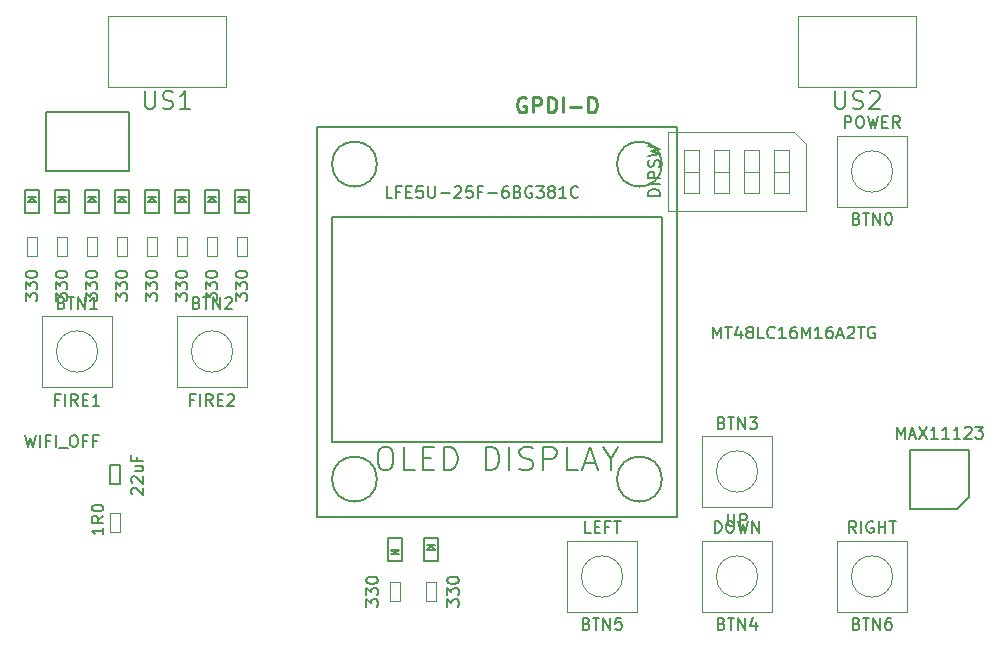
<source format=gbr>
G04 #@! TF.FileFunction,Other,Fab,Top*
%FSLAX46Y46*%
G04 Gerber Fmt 4.6, Leading zero omitted, Abs format (unit mm)*
G04 Created by KiCad (PCBNEW 4.0.7+dfsg1-1) date Tue Oct  3 01:48:17 2017*
%MOMM*%
%LPD*%
G01*
G04 APERTURE LIST*
%ADD10C,0.100000*%
%ADD11C,0.150000*%
%ADD12C,0.254000*%
G04 APERTURE END LIST*
D10*
D11*
X118530000Y-76260000D02*
X117930000Y-76260000D01*
X118230000Y-76360000D02*
X118530000Y-76660000D01*
X117930000Y-76660000D02*
X118230000Y-76360000D01*
X118530000Y-76660000D02*
X117930000Y-76660000D01*
X118830000Y-77660000D02*
X118830000Y-75660000D01*
X117630000Y-77660000D02*
X118830000Y-77660000D01*
X117630000Y-75660000D02*
X117630000Y-77660000D01*
X118830000Y-75660000D02*
X117630000Y-75660000D01*
X115990000Y-76260000D02*
X115390000Y-76260000D01*
X115690000Y-76360000D02*
X115990000Y-76660000D01*
X115390000Y-76660000D02*
X115690000Y-76360000D01*
X115990000Y-76660000D02*
X115390000Y-76660000D01*
X116290000Y-77660000D02*
X116290000Y-75660000D01*
X115090000Y-77660000D02*
X116290000Y-77660000D01*
X115090000Y-75660000D02*
X115090000Y-77660000D01*
X116290000Y-75660000D02*
X115090000Y-75660000D01*
X113450000Y-76260000D02*
X112850000Y-76260000D01*
X113150000Y-76360000D02*
X113450000Y-76660000D01*
X112850000Y-76660000D02*
X113150000Y-76360000D01*
X113450000Y-76660000D02*
X112850000Y-76660000D01*
X113750000Y-77660000D02*
X113750000Y-75660000D01*
X112550000Y-77660000D02*
X113750000Y-77660000D01*
X112550000Y-75660000D02*
X112550000Y-77660000D01*
X113750000Y-75660000D02*
X112550000Y-75660000D01*
X110910000Y-76260000D02*
X110310000Y-76260000D01*
X110610000Y-76360000D02*
X110910000Y-76660000D01*
X110310000Y-76660000D02*
X110610000Y-76360000D01*
X110910000Y-76660000D02*
X110310000Y-76660000D01*
X111210000Y-77660000D02*
X111210000Y-75660000D01*
X110010000Y-77660000D02*
X111210000Y-77660000D01*
X110010000Y-75660000D02*
X110010000Y-77660000D01*
X111210000Y-75660000D02*
X110010000Y-75660000D01*
X108370000Y-76260000D02*
X107770000Y-76260000D01*
X108070000Y-76360000D02*
X108370000Y-76660000D01*
X107770000Y-76660000D02*
X108070000Y-76360000D01*
X108370000Y-76660000D02*
X107770000Y-76660000D01*
X108670000Y-77660000D02*
X108670000Y-75660000D01*
X107470000Y-77660000D02*
X108670000Y-77660000D01*
X107470000Y-75660000D02*
X107470000Y-77660000D01*
X108670000Y-75660000D02*
X107470000Y-75660000D01*
X105830000Y-76260000D02*
X105230000Y-76260000D01*
X105530000Y-76360000D02*
X105830000Y-76660000D01*
X105230000Y-76660000D02*
X105530000Y-76360000D01*
X105830000Y-76660000D02*
X105230000Y-76660000D01*
X106130000Y-77660000D02*
X106130000Y-75660000D01*
X104930000Y-77660000D02*
X106130000Y-77660000D01*
X104930000Y-75660000D02*
X104930000Y-77660000D01*
X106130000Y-75660000D02*
X104930000Y-75660000D01*
X103290000Y-76260000D02*
X102690000Y-76260000D01*
X102990000Y-76360000D02*
X103290000Y-76660000D01*
X102690000Y-76660000D02*
X102990000Y-76360000D01*
X103290000Y-76660000D02*
X102690000Y-76660000D01*
X103590000Y-77660000D02*
X103590000Y-75660000D01*
X102390000Y-77660000D02*
X103590000Y-77660000D01*
X102390000Y-75660000D02*
X102390000Y-77660000D01*
X103590000Y-75660000D02*
X102390000Y-75660000D01*
X100750000Y-76260000D02*
X100150000Y-76260000D01*
X100450000Y-76360000D02*
X100750000Y-76660000D01*
X100150000Y-76660000D02*
X100450000Y-76360000D01*
X100750000Y-76660000D02*
X100150000Y-76660000D01*
X101050000Y-77660000D02*
X101050000Y-75660000D01*
X99850000Y-77660000D02*
X101050000Y-77660000D01*
X99850000Y-75660000D02*
X99850000Y-77660000D01*
X101050000Y-75660000D02*
X99850000Y-75660000D01*
X108624000Y-69080000D02*
X108624000Y-74080000D01*
X101624000Y-69080000D02*
X108624000Y-69080000D01*
X101624000Y-74080000D02*
X101624000Y-69080000D01*
X108624000Y-74080000D02*
X101624000Y-74080000D01*
X130884000Y-106524000D02*
X131484000Y-106524000D01*
X131184000Y-106424000D02*
X130884000Y-106124000D01*
X131484000Y-106124000D02*
X131184000Y-106424000D01*
X130884000Y-106124000D02*
X131484000Y-106124000D01*
X130584000Y-105124000D02*
X130584000Y-107124000D01*
X131784000Y-105124000D02*
X130584000Y-105124000D01*
X131784000Y-107124000D02*
X131784000Y-105124000D01*
X130584000Y-107124000D02*
X131784000Y-107124000D01*
X134532000Y-105724000D02*
X133932000Y-105724000D01*
X134232000Y-105824000D02*
X134532000Y-106124000D01*
X133932000Y-106124000D02*
X134232000Y-105824000D01*
X134532000Y-106124000D02*
X133932000Y-106124000D01*
X134832000Y-107124000D02*
X134832000Y-105124000D01*
X133632000Y-107124000D02*
X134832000Y-107124000D01*
X133632000Y-105124000D02*
X133632000Y-107124000D01*
X134832000Y-105124000D02*
X133632000Y-105124000D01*
D10*
X130784000Y-108880000D02*
X131584000Y-108880000D01*
X130784000Y-110480000D02*
X130784000Y-108880000D01*
X131584000Y-110480000D02*
X130784000Y-110480000D01*
X131584000Y-108880000D02*
X131584000Y-110480000D01*
X134632000Y-110480000D02*
X133832000Y-110480000D01*
X134632000Y-108880000D02*
X134632000Y-110480000D01*
X133832000Y-108880000D02*
X134632000Y-108880000D01*
X133832000Y-110480000D02*
X133832000Y-108880000D01*
D11*
X107880000Y-100600000D02*
X107080000Y-100600000D01*
X107880000Y-99000000D02*
X107880000Y-100600000D01*
X107080000Y-99000000D02*
X107880000Y-99000000D01*
X107080000Y-100600000D02*
X107080000Y-99000000D01*
D10*
X107080000Y-103000000D02*
X107880000Y-103000000D01*
X107080000Y-104600000D02*
X107080000Y-103000000D01*
X107880000Y-104600000D02*
X107080000Y-104600000D01*
X107880000Y-103000000D02*
X107880000Y-104600000D01*
X116880000Y-60925000D02*
X116880000Y-66925000D01*
X106880000Y-60925000D02*
X116880000Y-60925000D01*
X106880000Y-66925000D02*
X106880000Y-60925000D01*
X116880000Y-66925000D02*
X106880000Y-66925000D01*
X175300000Y-60925000D02*
X175300000Y-66925000D01*
X165300000Y-60925000D02*
X175300000Y-60925000D01*
X165300000Y-66925000D02*
X165300000Y-60925000D01*
X175300000Y-66925000D02*
X165300000Y-66925000D01*
X118630000Y-81270000D02*
X117830000Y-81270000D01*
X118630000Y-79670000D02*
X118630000Y-81270000D01*
X117830000Y-79670000D02*
X118630000Y-79670000D01*
X117830000Y-81270000D02*
X117830000Y-79670000D01*
X116090000Y-81270000D02*
X115290000Y-81270000D01*
X116090000Y-79670000D02*
X116090000Y-81270000D01*
X115290000Y-79670000D02*
X116090000Y-79670000D01*
X115290000Y-81270000D02*
X115290000Y-79670000D01*
X113550000Y-81270000D02*
X112750000Y-81270000D01*
X113550000Y-79670000D02*
X113550000Y-81270000D01*
X112750000Y-79670000D02*
X113550000Y-79670000D01*
X112750000Y-81270000D02*
X112750000Y-79670000D01*
X111010000Y-81270000D02*
X110210000Y-81270000D01*
X111010000Y-79670000D02*
X111010000Y-81270000D01*
X110210000Y-79670000D02*
X111010000Y-79670000D01*
X110210000Y-81270000D02*
X110210000Y-79670000D01*
X108470000Y-81270000D02*
X107670000Y-81270000D01*
X108470000Y-79670000D02*
X108470000Y-81270000D01*
X107670000Y-79670000D02*
X108470000Y-79670000D01*
X107670000Y-81270000D02*
X107670000Y-79670000D01*
X105930000Y-81270000D02*
X105130000Y-81270000D01*
X105930000Y-79670000D02*
X105930000Y-81270000D01*
X105130000Y-79670000D02*
X105930000Y-79670000D01*
X105130000Y-81270000D02*
X105130000Y-79670000D01*
X103390000Y-81270000D02*
X102590000Y-81270000D01*
X103390000Y-79670000D02*
X103390000Y-81270000D01*
X102590000Y-79670000D02*
X103390000Y-79670000D01*
X102590000Y-81270000D02*
X102590000Y-79670000D01*
X100850000Y-81270000D02*
X100050000Y-81270000D01*
X100850000Y-79670000D02*
X100850000Y-81270000D01*
X100050000Y-79670000D02*
X100850000Y-79670000D01*
X100050000Y-81270000D02*
X100050000Y-79670000D01*
D11*
X178785000Y-102655000D02*
X174785000Y-102655000D01*
X174785000Y-102655000D02*
X174785000Y-97655000D01*
X174785000Y-97655000D02*
X179785000Y-97655000D01*
X179785000Y-97655000D02*
X179785000Y-101655000D01*
X179785000Y-101655000D02*
X178785000Y-102655000D01*
X153790000Y-73485000D02*
G75*
G03X153790000Y-73485000I-1905000J0D01*
G01*
X129660000Y-73485000D02*
G75*
G03X129660000Y-73485000I-1905000J0D01*
G01*
X129660000Y-100155000D02*
G75*
G03X129660000Y-100155000I-1905000J0D01*
G01*
X153790000Y-100155000D02*
G75*
G03X153790000Y-100155000I-1905000J0D01*
G01*
X153790000Y-77930000D02*
X153790000Y-96980000D01*
X125850000Y-77930000D02*
X153790000Y-77930000D01*
X125850000Y-96980000D02*
X125850000Y-77930000D01*
X153790000Y-96980000D02*
X125850000Y-96980000D01*
X155060000Y-70310000D02*
X155060000Y-103330000D01*
X124580000Y-70310000D02*
X155060000Y-70310000D01*
X124580000Y-103330000D02*
X124580000Y-70310000D01*
X155060000Y-103330000D02*
X124580000Y-103330000D01*
D10*
X174570000Y-77120000D02*
X174570000Y-71120000D01*
X174570000Y-71120000D02*
X168570000Y-71120000D01*
X168570000Y-71120000D02*
X168570000Y-77120000D01*
X168570000Y-77120000D02*
X174570000Y-77120000D01*
X173320714Y-74120000D02*
G75*
G03X173320714Y-74120000I-1750714J0D01*
G01*
X101260000Y-86360000D02*
X101260000Y-92360000D01*
X101260000Y-92360000D02*
X107260000Y-92360000D01*
X107260000Y-92360000D02*
X107260000Y-86360000D01*
X107260000Y-86360000D02*
X101260000Y-86360000D01*
X106010714Y-89360000D02*
G75*
G03X106010714Y-89360000I-1750714J0D01*
G01*
X112690000Y-86360000D02*
X112690000Y-92360000D01*
X112690000Y-92360000D02*
X118690000Y-92360000D01*
X118690000Y-92360000D02*
X118690000Y-86360000D01*
X118690000Y-86360000D02*
X112690000Y-86360000D01*
X117440714Y-89360000D02*
G75*
G03X117440714Y-89360000I-1750714J0D01*
G01*
X157140000Y-96520000D02*
X157140000Y-102520000D01*
X157140000Y-102520000D02*
X163140000Y-102520000D01*
X163140000Y-102520000D02*
X163140000Y-96520000D01*
X163140000Y-96520000D02*
X157140000Y-96520000D01*
X161890714Y-99520000D02*
G75*
G03X161890714Y-99520000I-1750714J0D01*
G01*
X163140000Y-111410000D02*
X163140000Y-105410000D01*
X163140000Y-105410000D02*
X157140000Y-105410000D01*
X157140000Y-105410000D02*
X157140000Y-111410000D01*
X157140000Y-111410000D02*
X163140000Y-111410000D01*
X161890714Y-108410000D02*
G75*
G03X161890714Y-108410000I-1750714J0D01*
G01*
X151710000Y-111410000D02*
X151710000Y-105410000D01*
X151710000Y-105410000D02*
X145710000Y-105410000D01*
X145710000Y-105410000D02*
X145710000Y-111410000D01*
X145710000Y-111410000D02*
X151710000Y-111410000D01*
X150460714Y-108410000D02*
G75*
G03X150460714Y-108410000I-1750714J0D01*
G01*
X174570000Y-111410000D02*
X174570000Y-105410000D01*
X174570000Y-105410000D02*
X168570000Y-105410000D01*
X168570000Y-105410000D02*
X168570000Y-111410000D01*
X168570000Y-111410000D02*
X174570000Y-111410000D01*
X173320714Y-108410000D02*
G75*
G03X173320714Y-108410000I-1750714J0D01*
G01*
X166000000Y-71780000D02*
X166000000Y-77460000D01*
X166000000Y-77460000D02*
X154280000Y-77460000D01*
X154280000Y-77460000D02*
X154280000Y-70780000D01*
X154280000Y-70780000D02*
X165000000Y-70780000D01*
X165000000Y-70780000D02*
X166000000Y-71780000D01*
X164585000Y-72310000D02*
X163315000Y-72310000D01*
X163315000Y-72310000D02*
X163315000Y-75930000D01*
X163315000Y-75930000D02*
X164585000Y-75930000D01*
X164585000Y-75930000D02*
X164585000Y-72310000D01*
X164585000Y-74120000D02*
X163315000Y-74120000D01*
X162045000Y-72310000D02*
X160775000Y-72310000D01*
X160775000Y-72310000D02*
X160775000Y-75930000D01*
X160775000Y-75930000D02*
X162045000Y-75930000D01*
X162045000Y-75930000D02*
X162045000Y-72310000D01*
X162045000Y-74120000D02*
X160775000Y-74120000D01*
X159505000Y-72310000D02*
X158235000Y-72310000D01*
X158235000Y-72310000D02*
X158235000Y-75930000D01*
X158235000Y-75930000D02*
X159505000Y-75930000D01*
X159505000Y-75930000D02*
X159505000Y-72310000D01*
X159505000Y-74120000D02*
X158235000Y-74120000D01*
X156965000Y-72310000D02*
X155695000Y-72310000D01*
X155695000Y-72310000D02*
X155695000Y-75930000D01*
X155695000Y-75930000D02*
X156965000Y-75930000D01*
X156965000Y-75930000D02*
X156965000Y-72310000D01*
X156965000Y-74120000D02*
X155695000Y-74120000D01*
D11*
X158132666Y-88252381D02*
X158132666Y-87252381D01*
X158466000Y-87966667D01*
X158799333Y-87252381D01*
X158799333Y-88252381D01*
X159132666Y-87252381D02*
X159704095Y-87252381D01*
X159418380Y-88252381D02*
X159418380Y-87252381D01*
X160466000Y-87585714D02*
X160466000Y-88252381D01*
X160227904Y-87204762D02*
X159989809Y-87919048D01*
X160608857Y-87919048D01*
X161132666Y-87680952D02*
X161037428Y-87633333D01*
X160989809Y-87585714D01*
X160942190Y-87490476D01*
X160942190Y-87442857D01*
X160989809Y-87347619D01*
X161037428Y-87300000D01*
X161132666Y-87252381D01*
X161323143Y-87252381D01*
X161418381Y-87300000D01*
X161466000Y-87347619D01*
X161513619Y-87442857D01*
X161513619Y-87490476D01*
X161466000Y-87585714D01*
X161418381Y-87633333D01*
X161323143Y-87680952D01*
X161132666Y-87680952D01*
X161037428Y-87728571D01*
X160989809Y-87776190D01*
X160942190Y-87871429D01*
X160942190Y-88061905D01*
X160989809Y-88157143D01*
X161037428Y-88204762D01*
X161132666Y-88252381D01*
X161323143Y-88252381D01*
X161418381Y-88204762D01*
X161466000Y-88157143D01*
X161513619Y-88061905D01*
X161513619Y-87871429D01*
X161466000Y-87776190D01*
X161418381Y-87728571D01*
X161323143Y-87680952D01*
X162418381Y-88252381D02*
X161942190Y-88252381D01*
X161942190Y-87252381D01*
X163323143Y-88157143D02*
X163275524Y-88204762D01*
X163132667Y-88252381D01*
X163037429Y-88252381D01*
X162894571Y-88204762D01*
X162799333Y-88109524D01*
X162751714Y-88014286D01*
X162704095Y-87823810D01*
X162704095Y-87680952D01*
X162751714Y-87490476D01*
X162799333Y-87395238D01*
X162894571Y-87300000D01*
X163037429Y-87252381D01*
X163132667Y-87252381D01*
X163275524Y-87300000D01*
X163323143Y-87347619D01*
X164275524Y-88252381D02*
X163704095Y-88252381D01*
X163989809Y-88252381D02*
X163989809Y-87252381D01*
X163894571Y-87395238D01*
X163799333Y-87490476D01*
X163704095Y-87538095D01*
X165132667Y-87252381D02*
X164942190Y-87252381D01*
X164846952Y-87300000D01*
X164799333Y-87347619D01*
X164704095Y-87490476D01*
X164656476Y-87680952D01*
X164656476Y-88061905D01*
X164704095Y-88157143D01*
X164751714Y-88204762D01*
X164846952Y-88252381D01*
X165037429Y-88252381D01*
X165132667Y-88204762D01*
X165180286Y-88157143D01*
X165227905Y-88061905D01*
X165227905Y-87823810D01*
X165180286Y-87728571D01*
X165132667Y-87680952D01*
X165037429Y-87633333D01*
X164846952Y-87633333D01*
X164751714Y-87680952D01*
X164704095Y-87728571D01*
X164656476Y-87823810D01*
X165656476Y-88252381D02*
X165656476Y-87252381D01*
X165989810Y-87966667D01*
X166323143Y-87252381D01*
X166323143Y-88252381D01*
X167323143Y-88252381D02*
X166751714Y-88252381D01*
X167037428Y-88252381D02*
X167037428Y-87252381D01*
X166942190Y-87395238D01*
X166846952Y-87490476D01*
X166751714Y-87538095D01*
X168180286Y-87252381D02*
X167989809Y-87252381D01*
X167894571Y-87300000D01*
X167846952Y-87347619D01*
X167751714Y-87490476D01*
X167704095Y-87680952D01*
X167704095Y-88061905D01*
X167751714Y-88157143D01*
X167799333Y-88204762D01*
X167894571Y-88252381D01*
X168085048Y-88252381D01*
X168180286Y-88204762D01*
X168227905Y-88157143D01*
X168275524Y-88061905D01*
X168275524Y-87823810D01*
X168227905Y-87728571D01*
X168180286Y-87680952D01*
X168085048Y-87633333D01*
X167894571Y-87633333D01*
X167799333Y-87680952D01*
X167751714Y-87728571D01*
X167704095Y-87823810D01*
X168656476Y-87966667D02*
X169132667Y-87966667D01*
X168561238Y-88252381D02*
X168894571Y-87252381D01*
X169227905Y-88252381D01*
X169513619Y-87347619D02*
X169561238Y-87300000D01*
X169656476Y-87252381D01*
X169894572Y-87252381D01*
X169989810Y-87300000D01*
X170037429Y-87347619D01*
X170085048Y-87442857D01*
X170085048Y-87538095D01*
X170037429Y-87680952D01*
X169466000Y-88252381D01*
X170085048Y-88252381D01*
X170370762Y-87252381D02*
X170942191Y-87252381D01*
X170656476Y-88252381D02*
X170656476Y-87252381D01*
X171799334Y-87300000D02*
X171704096Y-87252381D01*
X171561239Y-87252381D01*
X171418381Y-87300000D01*
X171323143Y-87395238D01*
X171275524Y-87490476D01*
X171227905Y-87680952D01*
X171227905Y-87823810D01*
X171275524Y-88014286D01*
X171323143Y-88109524D01*
X171418381Y-88204762D01*
X171561239Y-88252381D01*
X171656477Y-88252381D01*
X171799334Y-88204762D01*
X171846953Y-88157143D01*
X171846953Y-87823810D01*
X171656477Y-87823810D01*
X99894762Y-96432381D02*
X100132857Y-97432381D01*
X100323334Y-96718095D01*
X100513810Y-97432381D01*
X100751905Y-96432381D01*
X101132857Y-97432381D02*
X101132857Y-96432381D01*
X101942381Y-96908571D02*
X101609047Y-96908571D01*
X101609047Y-97432381D02*
X101609047Y-96432381D01*
X102085238Y-96432381D01*
X102466190Y-97432381D02*
X102466190Y-96432381D01*
X102704285Y-97527619D02*
X103466190Y-97527619D01*
X103894761Y-96432381D02*
X104085238Y-96432381D01*
X104180476Y-96480000D01*
X104275714Y-96575238D01*
X104323333Y-96765714D01*
X104323333Y-97099048D01*
X104275714Y-97289524D01*
X104180476Y-97384762D01*
X104085238Y-97432381D01*
X103894761Y-97432381D01*
X103799523Y-97384762D01*
X103704285Y-97289524D01*
X103656666Y-97099048D01*
X103656666Y-96765714D01*
X103704285Y-96575238D01*
X103799523Y-96480000D01*
X103894761Y-96432381D01*
X105085238Y-96908571D02*
X104751904Y-96908571D01*
X104751904Y-97432381D02*
X104751904Y-96432381D01*
X105228095Y-96432381D01*
X105942381Y-96908571D02*
X105609047Y-96908571D01*
X105609047Y-97432381D02*
X105609047Y-96432381D01*
X106085238Y-96432381D01*
X128736381Y-110965714D02*
X128736381Y-110346666D01*
X129117333Y-110680000D01*
X129117333Y-110537142D01*
X129164952Y-110441904D01*
X129212571Y-110394285D01*
X129307810Y-110346666D01*
X129545905Y-110346666D01*
X129641143Y-110394285D01*
X129688762Y-110441904D01*
X129736381Y-110537142D01*
X129736381Y-110822857D01*
X129688762Y-110918095D01*
X129641143Y-110965714D01*
X128736381Y-110013333D02*
X128736381Y-109394285D01*
X129117333Y-109727619D01*
X129117333Y-109584761D01*
X129164952Y-109489523D01*
X129212571Y-109441904D01*
X129307810Y-109394285D01*
X129545905Y-109394285D01*
X129641143Y-109441904D01*
X129688762Y-109489523D01*
X129736381Y-109584761D01*
X129736381Y-109870476D01*
X129688762Y-109965714D01*
X129641143Y-110013333D01*
X128736381Y-108775238D02*
X128736381Y-108679999D01*
X128784000Y-108584761D01*
X128831619Y-108537142D01*
X128926857Y-108489523D01*
X129117333Y-108441904D01*
X129355429Y-108441904D01*
X129545905Y-108489523D01*
X129641143Y-108537142D01*
X129688762Y-108584761D01*
X129736381Y-108679999D01*
X129736381Y-108775238D01*
X129688762Y-108870476D01*
X129641143Y-108918095D01*
X129545905Y-108965714D01*
X129355429Y-109013333D01*
X129117333Y-109013333D01*
X128926857Y-108965714D01*
X128831619Y-108918095D01*
X128784000Y-108870476D01*
X128736381Y-108775238D01*
X135584381Y-110965714D02*
X135584381Y-110346666D01*
X135965333Y-110680000D01*
X135965333Y-110537142D01*
X136012952Y-110441904D01*
X136060571Y-110394285D01*
X136155810Y-110346666D01*
X136393905Y-110346666D01*
X136489143Y-110394285D01*
X136536762Y-110441904D01*
X136584381Y-110537142D01*
X136584381Y-110822857D01*
X136536762Y-110918095D01*
X136489143Y-110965714D01*
X135584381Y-110013333D02*
X135584381Y-109394285D01*
X135965333Y-109727619D01*
X135965333Y-109584761D01*
X136012952Y-109489523D01*
X136060571Y-109441904D01*
X136155810Y-109394285D01*
X136393905Y-109394285D01*
X136489143Y-109441904D01*
X136536762Y-109489523D01*
X136584381Y-109584761D01*
X136584381Y-109870476D01*
X136536762Y-109965714D01*
X136489143Y-110013333D01*
X135584381Y-108775238D02*
X135584381Y-108679999D01*
X135632000Y-108584761D01*
X135679619Y-108537142D01*
X135774857Y-108489523D01*
X135965333Y-108441904D01*
X136203429Y-108441904D01*
X136393905Y-108489523D01*
X136489143Y-108537142D01*
X136536762Y-108584761D01*
X136584381Y-108679999D01*
X136584381Y-108775238D01*
X136536762Y-108870476D01*
X136489143Y-108918095D01*
X136393905Y-108965714D01*
X136203429Y-109013333D01*
X135965333Y-109013333D01*
X135774857Y-108965714D01*
X135679619Y-108918095D01*
X135632000Y-108870476D01*
X135584381Y-108775238D01*
X108927619Y-101442857D02*
X108880000Y-101395238D01*
X108832381Y-101300000D01*
X108832381Y-101061904D01*
X108880000Y-100966666D01*
X108927619Y-100919047D01*
X109022857Y-100871428D01*
X109118095Y-100871428D01*
X109260952Y-100919047D01*
X109832381Y-101490476D01*
X109832381Y-100871428D01*
X108927619Y-100490476D02*
X108880000Y-100442857D01*
X108832381Y-100347619D01*
X108832381Y-100109523D01*
X108880000Y-100014285D01*
X108927619Y-99966666D01*
X109022857Y-99919047D01*
X109118095Y-99919047D01*
X109260952Y-99966666D01*
X109832381Y-100538095D01*
X109832381Y-99919047D01*
X109165714Y-99061904D02*
X109832381Y-99061904D01*
X109165714Y-99490476D02*
X109689524Y-99490476D01*
X109784762Y-99442857D01*
X109832381Y-99347619D01*
X109832381Y-99204761D01*
X109784762Y-99109523D01*
X109737143Y-99061904D01*
X109308571Y-98252380D02*
X109308571Y-98585714D01*
X109832381Y-98585714D02*
X108832381Y-98585714D01*
X108832381Y-98109523D01*
X106490381Y-104274476D02*
X106490381Y-104845905D01*
X106490381Y-104560191D02*
X105490381Y-104560191D01*
X105633238Y-104655429D01*
X105728476Y-104750667D01*
X105776095Y-104845905D01*
X106490381Y-103274476D02*
X106014190Y-103607810D01*
X106490381Y-103845905D02*
X105490381Y-103845905D01*
X105490381Y-103464952D01*
X105538000Y-103369714D01*
X105585619Y-103322095D01*
X105680857Y-103274476D01*
X105823714Y-103274476D01*
X105918952Y-103322095D01*
X105966571Y-103369714D01*
X106014190Y-103464952D01*
X106014190Y-103845905D01*
X105490381Y-102655429D02*
X105490381Y-102560190D01*
X105538000Y-102464952D01*
X105585619Y-102417333D01*
X105680857Y-102369714D01*
X105871333Y-102322095D01*
X106109429Y-102322095D01*
X106299905Y-102369714D01*
X106395143Y-102417333D01*
X106442762Y-102464952D01*
X106490381Y-102560190D01*
X106490381Y-102655429D01*
X106442762Y-102750667D01*
X106395143Y-102798286D01*
X106299905Y-102845905D01*
X106109429Y-102893524D01*
X105871333Y-102893524D01*
X105680857Y-102845905D01*
X105585619Y-102798286D01*
X105538000Y-102750667D01*
X105490381Y-102655429D01*
X110022858Y-67329571D02*
X110022858Y-68543857D01*
X110094286Y-68686714D01*
X110165715Y-68758143D01*
X110308572Y-68829571D01*
X110594286Y-68829571D01*
X110737144Y-68758143D01*
X110808572Y-68686714D01*
X110880001Y-68543857D01*
X110880001Y-67329571D01*
X111522858Y-68758143D02*
X111737144Y-68829571D01*
X112094287Y-68829571D01*
X112237144Y-68758143D01*
X112308573Y-68686714D01*
X112380001Y-68543857D01*
X112380001Y-68401000D01*
X112308573Y-68258143D01*
X112237144Y-68186714D01*
X112094287Y-68115286D01*
X111808573Y-68043857D01*
X111665715Y-67972429D01*
X111594287Y-67901000D01*
X111522858Y-67758143D01*
X111522858Y-67615286D01*
X111594287Y-67472429D01*
X111665715Y-67401000D01*
X111808573Y-67329571D01*
X112165715Y-67329571D01*
X112380001Y-67401000D01*
X113808572Y-68829571D02*
X112951429Y-68829571D01*
X113380001Y-68829571D02*
X113380001Y-67329571D01*
X113237144Y-67543857D01*
X113094286Y-67686714D01*
X112951429Y-67758143D01*
X168442858Y-67329571D02*
X168442858Y-68543857D01*
X168514286Y-68686714D01*
X168585715Y-68758143D01*
X168728572Y-68829571D01*
X169014286Y-68829571D01*
X169157144Y-68758143D01*
X169228572Y-68686714D01*
X169300001Y-68543857D01*
X169300001Y-67329571D01*
X169942858Y-68758143D02*
X170157144Y-68829571D01*
X170514287Y-68829571D01*
X170657144Y-68758143D01*
X170728573Y-68686714D01*
X170800001Y-68543857D01*
X170800001Y-68401000D01*
X170728573Y-68258143D01*
X170657144Y-68186714D01*
X170514287Y-68115286D01*
X170228573Y-68043857D01*
X170085715Y-67972429D01*
X170014287Y-67901000D01*
X169942858Y-67758143D01*
X169942858Y-67615286D01*
X170014287Y-67472429D01*
X170085715Y-67401000D01*
X170228573Y-67329571D01*
X170585715Y-67329571D01*
X170800001Y-67401000D01*
X171371429Y-67472429D02*
X171442858Y-67401000D01*
X171585715Y-67329571D01*
X171942858Y-67329571D01*
X172085715Y-67401000D01*
X172157144Y-67472429D01*
X172228572Y-67615286D01*
X172228572Y-67758143D01*
X172157144Y-67972429D01*
X171300001Y-68829571D01*
X172228572Y-68829571D01*
X117682381Y-85057714D02*
X117682381Y-84438666D01*
X118063333Y-84772000D01*
X118063333Y-84629142D01*
X118110952Y-84533904D01*
X118158571Y-84486285D01*
X118253810Y-84438666D01*
X118491905Y-84438666D01*
X118587143Y-84486285D01*
X118634762Y-84533904D01*
X118682381Y-84629142D01*
X118682381Y-84914857D01*
X118634762Y-85010095D01*
X118587143Y-85057714D01*
X117682381Y-84105333D02*
X117682381Y-83486285D01*
X118063333Y-83819619D01*
X118063333Y-83676761D01*
X118110952Y-83581523D01*
X118158571Y-83533904D01*
X118253810Y-83486285D01*
X118491905Y-83486285D01*
X118587143Y-83533904D01*
X118634762Y-83581523D01*
X118682381Y-83676761D01*
X118682381Y-83962476D01*
X118634762Y-84057714D01*
X118587143Y-84105333D01*
X117682381Y-82867238D02*
X117682381Y-82771999D01*
X117730000Y-82676761D01*
X117777619Y-82629142D01*
X117872857Y-82581523D01*
X118063333Y-82533904D01*
X118301429Y-82533904D01*
X118491905Y-82581523D01*
X118587143Y-82629142D01*
X118634762Y-82676761D01*
X118682381Y-82771999D01*
X118682381Y-82867238D01*
X118634762Y-82962476D01*
X118587143Y-83010095D01*
X118491905Y-83057714D01*
X118301429Y-83105333D01*
X118063333Y-83105333D01*
X117872857Y-83057714D01*
X117777619Y-83010095D01*
X117730000Y-82962476D01*
X117682381Y-82867238D01*
X115142381Y-85057714D02*
X115142381Y-84438666D01*
X115523333Y-84772000D01*
X115523333Y-84629142D01*
X115570952Y-84533904D01*
X115618571Y-84486285D01*
X115713810Y-84438666D01*
X115951905Y-84438666D01*
X116047143Y-84486285D01*
X116094762Y-84533904D01*
X116142381Y-84629142D01*
X116142381Y-84914857D01*
X116094762Y-85010095D01*
X116047143Y-85057714D01*
X115142381Y-84105333D02*
X115142381Y-83486285D01*
X115523333Y-83819619D01*
X115523333Y-83676761D01*
X115570952Y-83581523D01*
X115618571Y-83533904D01*
X115713810Y-83486285D01*
X115951905Y-83486285D01*
X116047143Y-83533904D01*
X116094762Y-83581523D01*
X116142381Y-83676761D01*
X116142381Y-83962476D01*
X116094762Y-84057714D01*
X116047143Y-84105333D01*
X115142381Y-82867238D02*
X115142381Y-82771999D01*
X115190000Y-82676761D01*
X115237619Y-82629142D01*
X115332857Y-82581523D01*
X115523333Y-82533904D01*
X115761429Y-82533904D01*
X115951905Y-82581523D01*
X116047143Y-82629142D01*
X116094762Y-82676761D01*
X116142381Y-82771999D01*
X116142381Y-82867238D01*
X116094762Y-82962476D01*
X116047143Y-83010095D01*
X115951905Y-83057714D01*
X115761429Y-83105333D01*
X115523333Y-83105333D01*
X115332857Y-83057714D01*
X115237619Y-83010095D01*
X115190000Y-82962476D01*
X115142381Y-82867238D01*
X112602381Y-85057714D02*
X112602381Y-84438666D01*
X112983333Y-84772000D01*
X112983333Y-84629142D01*
X113030952Y-84533904D01*
X113078571Y-84486285D01*
X113173810Y-84438666D01*
X113411905Y-84438666D01*
X113507143Y-84486285D01*
X113554762Y-84533904D01*
X113602381Y-84629142D01*
X113602381Y-84914857D01*
X113554762Y-85010095D01*
X113507143Y-85057714D01*
X112602381Y-84105333D02*
X112602381Y-83486285D01*
X112983333Y-83819619D01*
X112983333Y-83676761D01*
X113030952Y-83581523D01*
X113078571Y-83533904D01*
X113173810Y-83486285D01*
X113411905Y-83486285D01*
X113507143Y-83533904D01*
X113554762Y-83581523D01*
X113602381Y-83676761D01*
X113602381Y-83962476D01*
X113554762Y-84057714D01*
X113507143Y-84105333D01*
X112602381Y-82867238D02*
X112602381Y-82771999D01*
X112650000Y-82676761D01*
X112697619Y-82629142D01*
X112792857Y-82581523D01*
X112983333Y-82533904D01*
X113221429Y-82533904D01*
X113411905Y-82581523D01*
X113507143Y-82629142D01*
X113554762Y-82676761D01*
X113602381Y-82771999D01*
X113602381Y-82867238D01*
X113554762Y-82962476D01*
X113507143Y-83010095D01*
X113411905Y-83057714D01*
X113221429Y-83105333D01*
X112983333Y-83105333D01*
X112792857Y-83057714D01*
X112697619Y-83010095D01*
X112650000Y-82962476D01*
X112602381Y-82867238D01*
X110062381Y-85057714D02*
X110062381Y-84438666D01*
X110443333Y-84772000D01*
X110443333Y-84629142D01*
X110490952Y-84533904D01*
X110538571Y-84486285D01*
X110633810Y-84438666D01*
X110871905Y-84438666D01*
X110967143Y-84486285D01*
X111014762Y-84533904D01*
X111062381Y-84629142D01*
X111062381Y-84914857D01*
X111014762Y-85010095D01*
X110967143Y-85057714D01*
X110062381Y-84105333D02*
X110062381Y-83486285D01*
X110443333Y-83819619D01*
X110443333Y-83676761D01*
X110490952Y-83581523D01*
X110538571Y-83533904D01*
X110633810Y-83486285D01*
X110871905Y-83486285D01*
X110967143Y-83533904D01*
X111014762Y-83581523D01*
X111062381Y-83676761D01*
X111062381Y-83962476D01*
X111014762Y-84057714D01*
X110967143Y-84105333D01*
X110062381Y-82867238D02*
X110062381Y-82771999D01*
X110110000Y-82676761D01*
X110157619Y-82629142D01*
X110252857Y-82581523D01*
X110443333Y-82533904D01*
X110681429Y-82533904D01*
X110871905Y-82581523D01*
X110967143Y-82629142D01*
X111014762Y-82676761D01*
X111062381Y-82771999D01*
X111062381Y-82867238D01*
X111014762Y-82962476D01*
X110967143Y-83010095D01*
X110871905Y-83057714D01*
X110681429Y-83105333D01*
X110443333Y-83105333D01*
X110252857Y-83057714D01*
X110157619Y-83010095D01*
X110110000Y-82962476D01*
X110062381Y-82867238D01*
X107522381Y-85057714D02*
X107522381Y-84438666D01*
X107903333Y-84772000D01*
X107903333Y-84629142D01*
X107950952Y-84533904D01*
X107998571Y-84486285D01*
X108093810Y-84438666D01*
X108331905Y-84438666D01*
X108427143Y-84486285D01*
X108474762Y-84533904D01*
X108522381Y-84629142D01*
X108522381Y-84914857D01*
X108474762Y-85010095D01*
X108427143Y-85057714D01*
X107522381Y-84105333D02*
X107522381Y-83486285D01*
X107903333Y-83819619D01*
X107903333Y-83676761D01*
X107950952Y-83581523D01*
X107998571Y-83533904D01*
X108093810Y-83486285D01*
X108331905Y-83486285D01*
X108427143Y-83533904D01*
X108474762Y-83581523D01*
X108522381Y-83676761D01*
X108522381Y-83962476D01*
X108474762Y-84057714D01*
X108427143Y-84105333D01*
X107522381Y-82867238D02*
X107522381Y-82771999D01*
X107570000Y-82676761D01*
X107617619Y-82629142D01*
X107712857Y-82581523D01*
X107903333Y-82533904D01*
X108141429Y-82533904D01*
X108331905Y-82581523D01*
X108427143Y-82629142D01*
X108474762Y-82676761D01*
X108522381Y-82771999D01*
X108522381Y-82867238D01*
X108474762Y-82962476D01*
X108427143Y-83010095D01*
X108331905Y-83057714D01*
X108141429Y-83105333D01*
X107903333Y-83105333D01*
X107712857Y-83057714D01*
X107617619Y-83010095D01*
X107570000Y-82962476D01*
X107522381Y-82867238D01*
X104982381Y-85057714D02*
X104982381Y-84438666D01*
X105363333Y-84772000D01*
X105363333Y-84629142D01*
X105410952Y-84533904D01*
X105458571Y-84486285D01*
X105553810Y-84438666D01*
X105791905Y-84438666D01*
X105887143Y-84486285D01*
X105934762Y-84533904D01*
X105982381Y-84629142D01*
X105982381Y-84914857D01*
X105934762Y-85010095D01*
X105887143Y-85057714D01*
X104982381Y-84105333D02*
X104982381Y-83486285D01*
X105363333Y-83819619D01*
X105363333Y-83676761D01*
X105410952Y-83581523D01*
X105458571Y-83533904D01*
X105553810Y-83486285D01*
X105791905Y-83486285D01*
X105887143Y-83533904D01*
X105934762Y-83581523D01*
X105982381Y-83676761D01*
X105982381Y-83962476D01*
X105934762Y-84057714D01*
X105887143Y-84105333D01*
X104982381Y-82867238D02*
X104982381Y-82771999D01*
X105030000Y-82676761D01*
X105077619Y-82629142D01*
X105172857Y-82581523D01*
X105363333Y-82533904D01*
X105601429Y-82533904D01*
X105791905Y-82581523D01*
X105887143Y-82629142D01*
X105934762Y-82676761D01*
X105982381Y-82771999D01*
X105982381Y-82867238D01*
X105934762Y-82962476D01*
X105887143Y-83010095D01*
X105791905Y-83057714D01*
X105601429Y-83105333D01*
X105363333Y-83105333D01*
X105172857Y-83057714D01*
X105077619Y-83010095D01*
X105030000Y-82962476D01*
X104982381Y-82867238D01*
X102442381Y-85057714D02*
X102442381Y-84438666D01*
X102823333Y-84772000D01*
X102823333Y-84629142D01*
X102870952Y-84533904D01*
X102918571Y-84486285D01*
X103013810Y-84438666D01*
X103251905Y-84438666D01*
X103347143Y-84486285D01*
X103394762Y-84533904D01*
X103442381Y-84629142D01*
X103442381Y-84914857D01*
X103394762Y-85010095D01*
X103347143Y-85057714D01*
X102442381Y-84105333D02*
X102442381Y-83486285D01*
X102823333Y-83819619D01*
X102823333Y-83676761D01*
X102870952Y-83581523D01*
X102918571Y-83533904D01*
X103013810Y-83486285D01*
X103251905Y-83486285D01*
X103347143Y-83533904D01*
X103394762Y-83581523D01*
X103442381Y-83676761D01*
X103442381Y-83962476D01*
X103394762Y-84057714D01*
X103347143Y-84105333D01*
X102442381Y-82867238D02*
X102442381Y-82771999D01*
X102490000Y-82676761D01*
X102537619Y-82629142D01*
X102632857Y-82581523D01*
X102823333Y-82533904D01*
X103061429Y-82533904D01*
X103251905Y-82581523D01*
X103347143Y-82629142D01*
X103394762Y-82676761D01*
X103442381Y-82771999D01*
X103442381Y-82867238D01*
X103394762Y-82962476D01*
X103347143Y-83010095D01*
X103251905Y-83057714D01*
X103061429Y-83105333D01*
X102823333Y-83105333D01*
X102632857Y-83057714D01*
X102537619Y-83010095D01*
X102490000Y-82962476D01*
X102442381Y-82867238D01*
X99902381Y-85057714D02*
X99902381Y-84438666D01*
X100283333Y-84772000D01*
X100283333Y-84629142D01*
X100330952Y-84533904D01*
X100378571Y-84486285D01*
X100473810Y-84438666D01*
X100711905Y-84438666D01*
X100807143Y-84486285D01*
X100854762Y-84533904D01*
X100902381Y-84629142D01*
X100902381Y-84914857D01*
X100854762Y-85010095D01*
X100807143Y-85057714D01*
X99902381Y-84105333D02*
X99902381Y-83486285D01*
X100283333Y-83819619D01*
X100283333Y-83676761D01*
X100330952Y-83581523D01*
X100378571Y-83533904D01*
X100473810Y-83486285D01*
X100711905Y-83486285D01*
X100807143Y-83533904D01*
X100854762Y-83581523D01*
X100902381Y-83676761D01*
X100902381Y-83962476D01*
X100854762Y-84057714D01*
X100807143Y-84105333D01*
X99902381Y-82867238D02*
X99902381Y-82771999D01*
X99950000Y-82676761D01*
X99997619Y-82629142D01*
X100092857Y-82581523D01*
X100283333Y-82533904D01*
X100521429Y-82533904D01*
X100711905Y-82581523D01*
X100807143Y-82629142D01*
X100854762Y-82676761D01*
X100902381Y-82771999D01*
X100902381Y-82867238D01*
X100854762Y-82962476D01*
X100807143Y-83010095D01*
X100711905Y-83057714D01*
X100521429Y-83105333D01*
X100283333Y-83105333D01*
X100092857Y-83057714D01*
X99997619Y-83010095D01*
X99950000Y-82962476D01*
X99902381Y-82867238D01*
X173665952Y-96732381D02*
X173665952Y-95732381D01*
X173999286Y-96446667D01*
X174332619Y-95732381D01*
X174332619Y-96732381D01*
X174761190Y-96446667D02*
X175237381Y-96446667D01*
X174665952Y-96732381D02*
X174999285Y-95732381D01*
X175332619Y-96732381D01*
X175570714Y-95732381D02*
X176237381Y-96732381D01*
X176237381Y-95732381D02*
X175570714Y-96732381D01*
X177142143Y-96732381D02*
X176570714Y-96732381D01*
X176856428Y-96732381D02*
X176856428Y-95732381D01*
X176761190Y-95875238D01*
X176665952Y-95970476D01*
X176570714Y-96018095D01*
X178094524Y-96732381D02*
X177523095Y-96732381D01*
X177808809Y-96732381D02*
X177808809Y-95732381D01*
X177713571Y-95875238D01*
X177618333Y-95970476D01*
X177523095Y-96018095D01*
X179046905Y-96732381D02*
X178475476Y-96732381D01*
X178761190Y-96732381D02*
X178761190Y-95732381D01*
X178665952Y-95875238D01*
X178570714Y-95970476D01*
X178475476Y-96018095D01*
X179427857Y-95827619D02*
X179475476Y-95780000D01*
X179570714Y-95732381D01*
X179808810Y-95732381D01*
X179904048Y-95780000D01*
X179951667Y-95827619D01*
X179999286Y-95922857D01*
X179999286Y-96018095D01*
X179951667Y-96160952D01*
X179380238Y-96732381D01*
X179999286Y-96732381D01*
X180332619Y-95732381D02*
X180951667Y-95732381D01*
X180618333Y-96113333D01*
X180761191Y-96113333D01*
X180856429Y-96160952D01*
X180904048Y-96208571D01*
X180951667Y-96303810D01*
X180951667Y-96541905D01*
X180904048Y-96637143D01*
X180856429Y-96684762D01*
X180761191Y-96732381D01*
X180475476Y-96732381D01*
X180380238Y-96684762D01*
X180332619Y-96637143D01*
X130954762Y-76350381D02*
X130478571Y-76350381D01*
X130478571Y-75350381D01*
X131621429Y-75826571D02*
X131288095Y-75826571D01*
X131288095Y-76350381D02*
X131288095Y-75350381D01*
X131764286Y-75350381D01*
X132145238Y-75826571D02*
X132478572Y-75826571D01*
X132621429Y-76350381D02*
X132145238Y-76350381D01*
X132145238Y-75350381D01*
X132621429Y-75350381D01*
X133526191Y-75350381D02*
X133050000Y-75350381D01*
X133002381Y-75826571D01*
X133050000Y-75778952D01*
X133145238Y-75731333D01*
X133383334Y-75731333D01*
X133478572Y-75778952D01*
X133526191Y-75826571D01*
X133573810Y-75921810D01*
X133573810Y-76159905D01*
X133526191Y-76255143D01*
X133478572Y-76302762D01*
X133383334Y-76350381D01*
X133145238Y-76350381D01*
X133050000Y-76302762D01*
X133002381Y-76255143D01*
X134002381Y-75350381D02*
X134002381Y-76159905D01*
X134050000Y-76255143D01*
X134097619Y-76302762D01*
X134192857Y-76350381D01*
X134383334Y-76350381D01*
X134478572Y-76302762D01*
X134526191Y-76255143D01*
X134573810Y-76159905D01*
X134573810Y-75350381D01*
X135050000Y-75969429D02*
X135811905Y-75969429D01*
X136240476Y-75445619D02*
X136288095Y-75398000D01*
X136383333Y-75350381D01*
X136621429Y-75350381D01*
X136716667Y-75398000D01*
X136764286Y-75445619D01*
X136811905Y-75540857D01*
X136811905Y-75636095D01*
X136764286Y-75778952D01*
X136192857Y-76350381D01*
X136811905Y-76350381D01*
X137716667Y-75350381D02*
X137240476Y-75350381D01*
X137192857Y-75826571D01*
X137240476Y-75778952D01*
X137335714Y-75731333D01*
X137573810Y-75731333D01*
X137669048Y-75778952D01*
X137716667Y-75826571D01*
X137764286Y-75921810D01*
X137764286Y-76159905D01*
X137716667Y-76255143D01*
X137669048Y-76302762D01*
X137573810Y-76350381D01*
X137335714Y-76350381D01*
X137240476Y-76302762D01*
X137192857Y-76255143D01*
X138526191Y-75826571D02*
X138192857Y-75826571D01*
X138192857Y-76350381D02*
X138192857Y-75350381D01*
X138669048Y-75350381D01*
X139050000Y-75969429D02*
X139811905Y-75969429D01*
X140716667Y-75350381D02*
X140526190Y-75350381D01*
X140430952Y-75398000D01*
X140383333Y-75445619D01*
X140288095Y-75588476D01*
X140240476Y-75778952D01*
X140240476Y-76159905D01*
X140288095Y-76255143D01*
X140335714Y-76302762D01*
X140430952Y-76350381D01*
X140621429Y-76350381D01*
X140716667Y-76302762D01*
X140764286Y-76255143D01*
X140811905Y-76159905D01*
X140811905Y-75921810D01*
X140764286Y-75826571D01*
X140716667Y-75778952D01*
X140621429Y-75731333D01*
X140430952Y-75731333D01*
X140335714Y-75778952D01*
X140288095Y-75826571D01*
X140240476Y-75921810D01*
X141573810Y-75826571D02*
X141716667Y-75874190D01*
X141764286Y-75921810D01*
X141811905Y-76017048D01*
X141811905Y-76159905D01*
X141764286Y-76255143D01*
X141716667Y-76302762D01*
X141621429Y-76350381D01*
X141240476Y-76350381D01*
X141240476Y-75350381D01*
X141573810Y-75350381D01*
X141669048Y-75398000D01*
X141716667Y-75445619D01*
X141764286Y-75540857D01*
X141764286Y-75636095D01*
X141716667Y-75731333D01*
X141669048Y-75778952D01*
X141573810Y-75826571D01*
X141240476Y-75826571D01*
X142764286Y-75398000D02*
X142669048Y-75350381D01*
X142526191Y-75350381D01*
X142383333Y-75398000D01*
X142288095Y-75493238D01*
X142240476Y-75588476D01*
X142192857Y-75778952D01*
X142192857Y-75921810D01*
X142240476Y-76112286D01*
X142288095Y-76207524D01*
X142383333Y-76302762D01*
X142526191Y-76350381D01*
X142621429Y-76350381D01*
X142764286Y-76302762D01*
X142811905Y-76255143D01*
X142811905Y-75921810D01*
X142621429Y-75921810D01*
X143145238Y-75350381D02*
X143764286Y-75350381D01*
X143430952Y-75731333D01*
X143573810Y-75731333D01*
X143669048Y-75778952D01*
X143716667Y-75826571D01*
X143764286Y-75921810D01*
X143764286Y-76159905D01*
X143716667Y-76255143D01*
X143669048Y-76302762D01*
X143573810Y-76350381D01*
X143288095Y-76350381D01*
X143192857Y-76302762D01*
X143145238Y-76255143D01*
X144335714Y-75778952D02*
X144240476Y-75731333D01*
X144192857Y-75683714D01*
X144145238Y-75588476D01*
X144145238Y-75540857D01*
X144192857Y-75445619D01*
X144240476Y-75398000D01*
X144335714Y-75350381D01*
X144526191Y-75350381D01*
X144621429Y-75398000D01*
X144669048Y-75445619D01*
X144716667Y-75540857D01*
X144716667Y-75588476D01*
X144669048Y-75683714D01*
X144621429Y-75731333D01*
X144526191Y-75778952D01*
X144335714Y-75778952D01*
X144240476Y-75826571D01*
X144192857Y-75874190D01*
X144145238Y-75969429D01*
X144145238Y-76159905D01*
X144192857Y-76255143D01*
X144240476Y-76302762D01*
X144335714Y-76350381D01*
X144526191Y-76350381D01*
X144621429Y-76302762D01*
X144669048Y-76255143D01*
X144716667Y-76159905D01*
X144716667Y-75969429D01*
X144669048Y-75874190D01*
X144621429Y-75826571D01*
X144526191Y-75778952D01*
X145669048Y-76350381D02*
X145097619Y-76350381D01*
X145383333Y-76350381D02*
X145383333Y-75350381D01*
X145288095Y-75493238D01*
X145192857Y-75588476D01*
X145097619Y-75636095D01*
X146669048Y-76255143D02*
X146621429Y-76302762D01*
X146478572Y-76350381D01*
X146383334Y-76350381D01*
X146240476Y-76302762D01*
X146145238Y-76207524D01*
X146097619Y-76112286D01*
X146050000Y-75921810D01*
X146050000Y-75778952D01*
X146097619Y-75588476D01*
X146145238Y-75493238D01*
X146240476Y-75398000D01*
X146383334Y-75350381D01*
X146478572Y-75350381D01*
X146621429Y-75398000D01*
X146669048Y-75445619D01*
X130200952Y-97408762D02*
X130581904Y-97408762D01*
X130772380Y-97504000D01*
X130962857Y-97694476D01*
X131058095Y-98075429D01*
X131058095Y-98742095D01*
X130962857Y-99123048D01*
X130772380Y-99313524D01*
X130581904Y-99408762D01*
X130200952Y-99408762D01*
X130010476Y-99313524D01*
X129819999Y-99123048D01*
X129724761Y-98742095D01*
X129724761Y-98075429D01*
X129819999Y-97694476D01*
X130010476Y-97504000D01*
X130200952Y-97408762D01*
X132867618Y-99408762D02*
X131915237Y-99408762D01*
X131915237Y-97408762D01*
X133534285Y-98361143D02*
X134200952Y-98361143D01*
X134486666Y-99408762D02*
X133534285Y-99408762D01*
X133534285Y-97408762D01*
X134486666Y-97408762D01*
X135343809Y-99408762D02*
X135343809Y-97408762D01*
X135820000Y-97408762D01*
X136105714Y-97504000D01*
X136296190Y-97694476D01*
X136391429Y-97884952D01*
X136486667Y-98265905D01*
X136486667Y-98551619D01*
X136391429Y-98932571D01*
X136296190Y-99123048D01*
X136105714Y-99313524D01*
X135820000Y-99408762D01*
X135343809Y-99408762D01*
X138867619Y-99408762D02*
X138867619Y-97408762D01*
X139343810Y-97408762D01*
X139629524Y-97504000D01*
X139820000Y-97694476D01*
X139915239Y-97884952D01*
X140010477Y-98265905D01*
X140010477Y-98551619D01*
X139915239Y-98932571D01*
X139820000Y-99123048D01*
X139629524Y-99313524D01*
X139343810Y-99408762D01*
X138867619Y-99408762D01*
X140867619Y-99408762D02*
X140867619Y-97408762D01*
X141724762Y-99313524D02*
X142010477Y-99408762D01*
X142486667Y-99408762D01*
X142677143Y-99313524D01*
X142772381Y-99218286D01*
X142867620Y-99027810D01*
X142867620Y-98837333D01*
X142772381Y-98646857D01*
X142677143Y-98551619D01*
X142486667Y-98456381D01*
X142105715Y-98361143D01*
X141915239Y-98265905D01*
X141820000Y-98170667D01*
X141724762Y-97980190D01*
X141724762Y-97789714D01*
X141820000Y-97599238D01*
X141915239Y-97504000D01*
X142105715Y-97408762D01*
X142581905Y-97408762D01*
X142867620Y-97504000D01*
X143724762Y-99408762D02*
X143724762Y-97408762D01*
X144486667Y-97408762D01*
X144677143Y-97504000D01*
X144772382Y-97599238D01*
X144867620Y-97789714D01*
X144867620Y-98075429D01*
X144772382Y-98265905D01*
X144677143Y-98361143D01*
X144486667Y-98456381D01*
X143724762Y-98456381D01*
X146677143Y-99408762D02*
X145724762Y-99408762D01*
X145724762Y-97408762D01*
X147248572Y-98837333D02*
X148200953Y-98837333D01*
X147058096Y-99408762D02*
X147724763Y-97408762D01*
X148391430Y-99408762D01*
X149439049Y-98456381D02*
X149439049Y-99408762D01*
X148772382Y-97408762D02*
X149439049Y-98456381D01*
X150105716Y-97408762D01*
D12*
X142239048Y-67897000D02*
X142118096Y-67836524D01*
X141936667Y-67836524D01*
X141755239Y-67897000D01*
X141634286Y-68017952D01*
X141573810Y-68138905D01*
X141513334Y-68380810D01*
X141513334Y-68562238D01*
X141573810Y-68804143D01*
X141634286Y-68925095D01*
X141755239Y-69046048D01*
X141936667Y-69106524D01*
X142057619Y-69106524D01*
X142239048Y-69046048D01*
X142299524Y-68985571D01*
X142299524Y-68562238D01*
X142057619Y-68562238D01*
X142843810Y-69106524D02*
X142843810Y-67836524D01*
X143327619Y-67836524D01*
X143448572Y-67897000D01*
X143509048Y-67957476D01*
X143569524Y-68078429D01*
X143569524Y-68259857D01*
X143509048Y-68380810D01*
X143448572Y-68441286D01*
X143327619Y-68501762D01*
X142843810Y-68501762D01*
X144113810Y-69106524D02*
X144113810Y-67836524D01*
X144416191Y-67836524D01*
X144597619Y-67897000D01*
X144718572Y-68017952D01*
X144779048Y-68138905D01*
X144839524Y-68380810D01*
X144839524Y-68562238D01*
X144779048Y-68804143D01*
X144718572Y-68925095D01*
X144597619Y-69046048D01*
X144416191Y-69106524D01*
X144113810Y-69106524D01*
X145383810Y-69106524D02*
X145383810Y-67836524D01*
X145988572Y-68622714D02*
X146956191Y-68622714D01*
X147560953Y-69106524D02*
X147560953Y-67836524D01*
X147863334Y-67836524D01*
X148044762Y-67897000D01*
X148165715Y-68017952D01*
X148226191Y-68138905D01*
X148286667Y-68380810D01*
X148286667Y-68562238D01*
X148226191Y-68804143D01*
X148165715Y-68925095D01*
X148044762Y-69046048D01*
X147863334Y-69106524D01*
X147560953Y-69106524D01*
D11*
X169260476Y-70422381D02*
X169260476Y-69422381D01*
X169641429Y-69422381D01*
X169736667Y-69470000D01*
X169784286Y-69517619D01*
X169831905Y-69612857D01*
X169831905Y-69755714D01*
X169784286Y-69850952D01*
X169736667Y-69898571D01*
X169641429Y-69946190D01*
X169260476Y-69946190D01*
X170450952Y-69422381D02*
X170641429Y-69422381D01*
X170736667Y-69470000D01*
X170831905Y-69565238D01*
X170879524Y-69755714D01*
X170879524Y-70089048D01*
X170831905Y-70279524D01*
X170736667Y-70374762D01*
X170641429Y-70422381D01*
X170450952Y-70422381D01*
X170355714Y-70374762D01*
X170260476Y-70279524D01*
X170212857Y-70089048D01*
X170212857Y-69755714D01*
X170260476Y-69565238D01*
X170355714Y-69470000D01*
X170450952Y-69422381D01*
X171212857Y-69422381D02*
X171450952Y-70422381D01*
X171641429Y-69708095D01*
X171831905Y-70422381D01*
X172070000Y-69422381D01*
X172450952Y-69898571D02*
X172784286Y-69898571D01*
X172927143Y-70422381D02*
X172450952Y-70422381D01*
X172450952Y-69422381D01*
X172927143Y-69422381D01*
X173927143Y-70422381D02*
X173593809Y-69946190D01*
X173355714Y-70422381D02*
X173355714Y-69422381D01*
X173736667Y-69422381D01*
X173831905Y-69470000D01*
X173879524Y-69517619D01*
X173927143Y-69612857D01*
X173927143Y-69755714D01*
X173879524Y-69850952D01*
X173831905Y-69898571D01*
X173736667Y-69946190D01*
X173355714Y-69946190D01*
X170260477Y-78098571D02*
X170403334Y-78146190D01*
X170450953Y-78193810D01*
X170498572Y-78289048D01*
X170498572Y-78431905D01*
X170450953Y-78527143D01*
X170403334Y-78574762D01*
X170308096Y-78622381D01*
X169927143Y-78622381D01*
X169927143Y-77622381D01*
X170260477Y-77622381D01*
X170355715Y-77670000D01*
X170403334Y-77717619D01*
X170450953Y-77812857D01*
X170450953Y-77908095D01*
X170403334Y-78003333D01*
X170355715Y-78050952D01*
X170260477Y-78098571D01*
X169927143Y-78098571D01*
X170784286Y-77622381D02*
X171355715Y-77622381D01*
X171070000Y-78622381D02*
X171070000Y-77622381D01*
X171689048Y-78622381D02*
X171689048Y-77622381D01*
X172260477Y-78622381D01*
X172260477Y-77622381D01*
X172927143Y-77622381D02*
X173022382Y-77622381D01*
X173117620Y-77670000D01*
X173165239Y-77717619D01*
X173212858Y-77812857D01*
X173260477Y-78003333D01*
X173260477Y-78241429D01*
X173212858Y-78431905D01*
X173165239Y-78527143D01*
X173117620Y-78574762D01*
X173022382Y-78622381D01*
X172927143Y-78622381D01*
X172831905Y-78574762D01*
X172784286Y-78527143D01*
X172736667Y-78431905D01*
X172689048Y-78241429D01*
X172689048Y-78003333D01*
X172736667Y-77812857D01*
X172784286Y-77717619D01*
X172831905Y-77670000D01*
X172927143Y-77622381D01*
X102736191Y-93438571D02*
X102402857Y-93438571D01*
X102402857Y-93962381D02*
X102402857Y-92962381D01*
X102879048Y-92962381D01*
X103260000Y-93962381D02*
X103260000Y-92962381D01*
X104307619Y-93962381D02*
X103974285Y-93486190D01*
X103736190Y-93962381D02*
X103736190Y-92962381D01*
X104117143Y-92962381D01*
X104212381Y-93010000D01*
X104260000Y-93057619D01*
X104307619Y-93152857D01*
X104307619Y-93295714D01*
X104260000Y-93390952D01*
X104212381Y-93438571D01*
X104117143Y-93486190D01*
X103736190Y-93486190D01*
X104736190Y-93438571D02*
X105069524Y-93438571D01*
X105212381Y-93962381D02*
X104736190Y-93962381D01*
X104736190Y-92962381D01*
X105212381Y-92962381D01*
X106164762Y-93962381D02*
X105593333Y-93962381D01*
X105879047Y-93962381D02*
X105879047Y-92962381D01*
X105783809Y-93105238D01*
X105688571Y-93200476D01*
X105593333Y-93248095D01*
X102950477Y-85238571D02*
X103093334Y-85286190D01*
X103140953Y-85333810D01*
X103188572Y-85429048D01*
X103188572Y-85571905D01*
X103140953Y-85667143D01*
X103093334Y-85714762D01*
X102998096Y-85762381D01*
X102617143Y-85762381D01*
X102617143Y-84762381D01*
X102950477Y-84762381D01*
X103045715Y-84810000D01*
X103093334Y-84857619D01*
X103140953Y-84952857D01*
X103140953Y-85048095D01*
X103093334Y-85143333D01*
X103045715Y-85190952D01*
X102950477Y-85238571D01*
X102617143Y-85238571D01*
X103474286Y-84762381D02*
X104045715Y-84762381D01*
X103760000Y-85762381D02*
X103760000Y-84762381D01*
X104379048Y-85762381D02*
X104379048Y-84762381D01*
X104950477Y-85762381D01*
X104950477Y-84762381D01*
X105950477Y-85762381D02*
X105379048Y-85762381D01*
X105664762Y-85762381D02*
X105664762Y-84762381D01*
X105569524Y-84905238D01*
X105474286Y-85000476D01*
X105379048Y-85048095D01*
X114166191Y-93438571D02*
X113832857Y-93438571D01*
X113832857Y-93962381D02*
X113832857Y-92962381D01*
X114309048Y-92962381D01*
X114690000Y-93962381D02*
X114690000Y-92962381D01*
X115737619Y-93962381D02*
X115404285Y-93486190D01*
X115166190Y-93962381D02*
X115166190Y-92962381D01*
X115547143Y-92962381D01*
X115642381Y-93010000D01*
X115690000Y-93057619D01*
X115737619Y-93152857D01*
X115737619Y-93295714D01*
X115690000Y-93390952D01*
X115642381Y-93438571D01*
X115547143Y-93486190D01*
X115166190Y-93486190D01*
X116166190Y-93438571D02*
X116499524Y-93438571D01*
X116642381Y-93962381D02*
X116166190Y-93962381D01*
X116166190Y-92962381D01*
X116642381Y-92962381D01*
X117023333Y-93057619D02*
X117070952Y-93010000D01*
X117166190Y-92962381D01*
X117404286Y-92962381D01*
X117499524Y-93010000D01*
X117547143Y-93057619D01*
X117594762Y-93152857D01*
X117594762Y-93248095D01*
X117547143Y-93390952D01*
X116975714Y-93962381D01*
X117594762Y-93962381D01*
X114380477Y-85238571D02*
X114523334Y-85286190D01*
X114570953Y-85333810D01*
X114618572Y-85429048D01*
X114618572Y-85571905D01*
X114570953Y-85667143D01*
X114523334Y-85714762D01*
X114428096Y-85762381D01*
X114047143Y-85762381D01*
X114047143Y-84762381D01*
X114380477Y-84762381D01*
X114475715Y-84810000D01*
X114523334Y-84857619D01*
X114570953Y-84952857D01*
X114570953Y-85048095D01*
X114523334Y-85143333D01*
X114475715Y-85190952D01*
X114380477Y-85238571D01*
X114047143Y-85238571D01*
X114904286Y-84762381D02*
X115475715Y-84762381D01*
X115190000Y-85762381D02*
X115190000Y-84762381D01*
X115809048Y-85762381D02*
X115809048Y-84762381D01*
X116380477Y-85762381D01*
X116380477Y-84762381D01*
X116809048Y-84857619D02*
X116856667Y-84810000D01*
X116951905Y-84762381D01*
X117190001Y-84762381D01*
X117285239Y-84810000D01*
X117332858Y-84857619D01*
X117380477Y-84952857D01*
X117380477Y-85048095D01*
X117332858Y-85190952D01*
X116761429Y-85762381D01*
X117380477Y-85762381D01*
X159354286Y-103122381D02*
X159354286Y-103931905D01*
X159401905Y-104027143D01*
X159449524Y-104074762D01*
X159544762Y-104122381D01*
X159735239Y-104122381D01*
X159830477Y-104074762D01*
X159878096Y-104027143D01*
X159925715Y-103931905D01*
X159925715Y-103122381D01*
X160401905Y-104122381D02*
X160401905Y-103122381D01*
X160782858Y-103122381D01*
X160878096Y-103170000D01*
X160925715Y-103217619D01*
X160973334Y-103312857D01*
X160973334Y-103455714D01*
X160925715Y-103550952D01*
X160878096Y-103598571D01*
X160782858Y-103646190D01*
X160401905Y-103646190D01*
X158830477Y-95398571D02*
X158973334Y-95446190D01*
X159020953Y-95493810D01*
X159068572Y-95589048D01*
X159068572Y-95731905D01*
X159020953Y-95827143D01*
X158973334Y-95874762D01*
X158878096Y-95922381D01*
X158497143Y-95922381D01*
X158497143Y-94922381D01*
X158830477Y-94922381D01*
X158925715Y-94970000D01*
X158973334Y-95017619D01*
X159020953Y-95112857D01*
X159020953Y-95208095D01*
X158973334Y-95303333D01*
X158925715Y-95350952D01*
X158830477Y-95398571D01*
X158497143Y-95398571D01*
X159354286Y-94922381D02*
X159925715Y-94922381D01*
X159640000Y-95922381D02*
X159640000Y-94922381D01*
X160259048Y-95922381D02*
X160259048Y-94922381D01*
X160830477Y-95922381D01*
X160830477Y-94922381D01*
X161211429Y-94922381D02*
X161830477Y-94922381D01*
X161497143Y-95303333D01*
X161640001Y-95303333D01*
X161735239Y-95350952D01*
X161782858Y-95398571D01*
X161830477Y-95493810D01*
X161830477Y-95731905D01*
X161782858Y-95827143D01*
X161735239Y-95874762D01*
X161640001Y-95922381D01*
X161354286Y-95922381D01*
X161259048Y-95874762D01*
X161211429Y-95827143D01*
X158259048Y-104712381D02*
X158259048Y-103712381D01*
X158497143Y-103712381D01*
X158640001Y-103760000D01*
X158735239Y-103855238D01*
X158782858Y-103950476D01*
X158830477Y-104140952D01*
X158830477Y-104283810D01*
X158782858Y-104474286D01*
X158735239Y-104569524D01*
X158640001Y-104664762D01*
X158497143Y-104712381D01*
X158259048Y-104712381D01*
X159449524Y-103712381D02*
X159640001Y-103712381D01*
X159735239Y-103760000D01*
X159830477Y-103855238D01*
X159878096Y-104045714D01*
X159878096Y-104379048D01*
X159830477Y-104569524D01*
X159735239Y-104664762D01*
X159640001Y-104712381D01*
X159449524Y-104712381D01*
X159354286Y-104664762D01*
X159259048Y-104569524D01*
X159211429Y-104379048D01*
X159211429Y-104045714D01*
X159259048Y-103855238D01*
X159354286Y-103760000D01*
X159449524Y-103712381D01*
X160211429Y-103712381D02*
X160449524Y-104712381D01*
X160640001Y-103998095D01*
X160830477Y-104712381D01*
X161068572Y-103712381D01*
X161449524Y-104712381D02*
X161449524Y-103712381D01*
X162020953Y-104712381D01*
X162020953Y-103712381D01*
X158830477Y-112388571D02*
X158973334Y-112436190D01*
X159020953Y-112483810D01*
X159068572Y-112579048D01*
X159068572Y-112721905D01*
X159020953Y-112817143D01*
X158973334Y-112864762D01*
X158878096Y-112912381D01*
X158497143Y-112912381D01*
X158497143Y-111912381D01*
X158830477Y-111912381D01*
X158925715Y-111960000D01*
X158973334Y-112007619D01*
X159020953Y-112102857D01*
X159020953Y-112198095D01*
X158973334Y-112293333D01*
X158925715Y-112340952D01*
X158830477Y-112388571D01*
X158497143Y-112388571D01*
X159354286Y-111912381D02*
X159925715Y-111912381D01*
X159640000Y-112912381D02*
X159640000Y-111912381D01*
X160259048Y-112912381D02*
X160259048Y-111912381D01*
X160830477Y-112912381D01*
X160830477Y-111912381D01*
X161735239Y-112245714D02*
X161735239Y-112912381D01*
X161497143Y-111864762D02*
X161259048Y-112579048D01*
X161878096Y-112579048D01*
X147757619Y-104712381D02*
X147281428Y-104712381D01*
X147281428Y-103712381D01*
X148090952Y-104188571D02*
X148424286Y-104188571D01*
X148567143Y-104712381D02*
X148090952Y-104712381D01*
X148090952Y-103712381D01*
X148567143Y-103712381D01*
X149329048Y-104188571D02*
X148995714Y-104188571D01*
X148995714Y-104712381D02*
X148995714Y-103712381D01*
X149471905Y-103712381D01*
X149710000Y-103712381D02*
X150281429Y-103712381D01*
X149995714Y-104712381D02*
X149995714Y-103712381D01*
X147400477Y-112388571D02*
X147543334Y-112436190D01*
X147590953Y-112483810D01*
X147638572Y-112579048D01*
X147638572Y-112721905D01*
X147590953Y-112817143D01*
X147543334Y-112864762D01*
X147448096Y-112912381D01*
X147067143Y-112912381D01*
X147067143Y-111912381D01*
X147400477Y-111912381D01*
X147495715Y-111960000D01*
X147543334Y-112007619D01*
X147590953Y-112102857D01*
X147590953Y-112198095D01*
X147543334Y-112293333D01*
X147495715Y-112340952D01*
X147400477Y-112388571D01*
X147067143Y-112388571D01*
X147924286Y-111912381D02*
X148495715Y-111912381D01*
X148210000Y-112912381D02*
X148210000Y-111912381D01*
X148829048Y-112912381D02*
X148829048Y-111912381D01*
X149400477Y-112912381D01*
X149400477Y-111912381D01*
X150352858Y-111912381D02*
X149876667Y-111912381D01*
X149829048Y-112388571D01*
X149876667Y-112340952D01*
X149971905Y-112293333D01*
X150210001Y-112293333D01*
X150305239Y-112340952D01*
X150352858Y-112388571D01*
X150400477Y-112483810D01*
X150400477Y-112721905D01*
X150352858Y-112817143D01*
X150305239Y-112864762D01*
X150210001Y-112912381D01*
X149971905Y-112912381D01*
X149876667Y-112864762D01*
X149829048Y-112817143D01*
X170236667Y-104712381D02*
X169903333Y-104236190D01*
X169665238Y-104712381D02*
X169665238Y-103712381D01*
X170046191Y-103712381D01*
X170141429Y-103760000D01*
X170189048Y-103807619D01*
X170236667Y-103902857D01*
X170236667Y-104045714D01*
X170189048Y-104140952D01*
X170141429Y-104188571D01*
X170046191Y-104236190D01*
X169665238Y-104236190D01*
X170665238Y-104712381D02*
X170665238Y-103712381D01*
X171665238Y-103760000D02*
X171570000Y-103712381D01*
X171427143Y-103712381D01*
X171284285Y-103760000D01*
X171189047Y-103855238D01*
X171141428Y-103950476D01*
X171093809Y-104140952D01*
X171093809Y-104283810D01*
X171141428Y-104474286D01*
X171189047Y-104569524D01*
X171284285Y-104664762D01*
X171427143Y-104712381D01*
X171522381Y-104712381D01*
X171665238Y-104664762D01*
X171712857Y-104617143D01*
X171712857Y-104283810D01*
X171522381Y-104283810D01*
X172141428Y-104712381D02*
X172141428Y-103712381D01*
X172141428Y-104188571D02*
X172712857Y-104188571D01*
X172712857Y-104712381D02*
X172712857Y-103712381D01*
X173046190Y-103712381D02*
X173617619Y-103712381D01*
X173331904Y-104712381D02*
X173331904Y-103712381D01*
X170260477Y-112388571D02*
X170403334Y-112436190D01*
X170450953Y-112483810D01*
X170498572Y-112579048D01*
X170498572Y-112721905D01*
X170450953Y-112817143D01*
X170403334Y-112864762D01*
X170308096Y-112912381D01*
X169927143Y-112912381D01*
X169927143Y-111912381D01*
X170260477Y-111912381D01*
X170355715Y-111960000D01*
X170403334Y-112007619D01*
X170450953Y-112102857D01*
X170450953Y-112198095D01*
X170403334Y-112293333D01*
X170355715Y-112340952D01*
X170260477Y-112388571D01*
X169927143Y-112388571D01*
X170784286Y-111912381D02*
X171355715Y-111912381D01*
X171070000Y-112912381D02*
X171070000Y-111912381D01*
X171689048Y-112912381D02*
X171689048Y-111912381D01*
X172260477Y-112912381D01*
X172260477Y-111912381D01*
X173165239Y-111912381D02*
X172974762Y-111912381D01*
X172879524Y-111960000D01*
X172831905Y-112007619D01*
X172736667Y-112150476D01*
X172689048Y-112340952D01*
X172689048Y-112721905D01*
X172736667Y-112817143D01*
X172784286Y-112864762D01*
X172879524Y-112912381D01*
X173070001Y-112912381D01*
X173165239Y-112864762D01*
X173212858Y-112817143D01*
X173260477Y-112721905D01*
X173260477Y-112483810D01*
X173212858Y-112388571D01*
X173165239Y-112340952D01*
X173070001Y-112293333D01*
X172879524Y-112293333D01*
X172784286Y-112340952D01*
X172736667Y-112388571D01*
X172689048Y-112483810D01*
X153612381Y-76167619D02*
X152612381Y-76167619D01*
X152612381Y-75929524D01*
X152660000Y-75786666D01*
X152755238Y-75691428D01*
X152850476Y-75643809D01*
X153040952Y-75596190D01*
X153183810Y-75596190D01*
X153374286Y-75643809D01*
X153469524Y-75691428D01*
X153564762Y-75786666D01*
X153612381Y-75929524D01*
X153612381Y-76167619D01*
X153612381Y-75167619D02*
X152612381Y-75167619D01*
X153612381Y-74691429D02*
X152612381Y-74691429D01*
X152612381Y-74310476D01*
X152660000Y-74215238D01*
X152707619Y-74167619D01*
X152802857Y-74120000D01*
X152945714Y-74120000D01*
X153040952Y-74167619D01*
X153088571Y-74215238D01*
X153136190Y-74310476D01*
X153136190Y-74691429D01*
X153564762Y-73739048D02*
X153612381Y-73596191D01*
X153612381Y-73358095D01*
X153564762Y-73262857D01*
X153517143Y-73215238D01*
X153421905Y-73167619D01*
X153326667Y-73167619D01*
X153231429Y-73215238D01*
X153183810Y-73262857D01*
X153136190Y-73358095D01*
X153088571Y-73548572D01*
X153040952Y-73643810D01*
X152993333Y-73691429D01*
X152898095Y-73739048D01*
X152802857Y-73739048D01*
X152707619Y-73691429D01*
X152660000Y-73643810D01*
X152612381Y-73548572D01*
X152612381Y-73310476D01*
X152660000Y-73167619D01*
X152612381Y-72834286D02*
X153612381Y-72596191D01*
X152898095Y-72405714D01*
X153612381Y-72215238D01*
X152612381Y-71977143D01*
M02*

</source>
